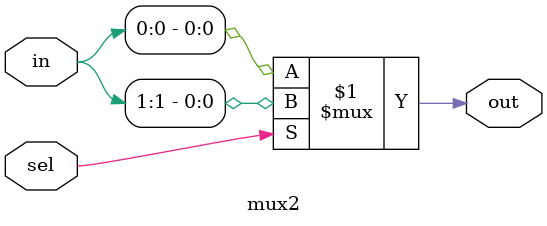
<source format=v>
module mux2(in,sel,out);

input 	[1:0]in;
input	sel;
output	out;

assign out = sel?in[1]:in[0];



endmodule

</source>
